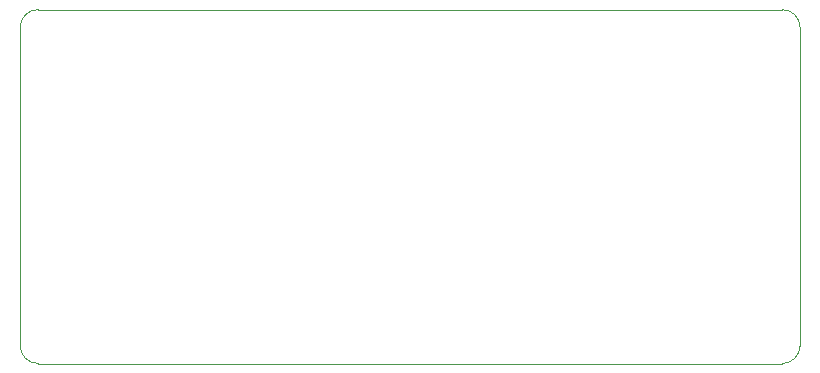
<source format=gbr>
%TF.GenerationSoftware,KiCad,Pcbnew,8.0.0*%
%TF.CreationDate,2024-03-15T16:55:21-04:00*%
%TF.ProjectId,mainboard,6d61696e-626f-4617-9264-2e6b69636164,rev?*%
%TF.SameCoordinates,Original*%
%TF.FileFunction,Profile,NP*%
%FSLAX46Y46*%
G04 Gerber Fmt 4.6, Leading zero omitted, Abs format (unit mm)*
G04 Created by KiCad (PCBNEW 8.0.0) date 2024-03-15 16:55:21*
%MOMM*%
%LPD*%
G01*
G04 APERTURE LIST*
%TA.AperFunction,Profile*%
%ADD10C,0.100000*%
%TD*%
G04 APERTURE END LIST*
D10*
X217170000Y-76200000D02*
X154178000Y-76200000D01*
X218694000Y-104648000D02*
G75*
G02*
X217170000Y-106172000I-1524000J0D01*
G01*
X218694000Y-77724000D02*
X218694000Y-104648000D01*
X154178000Y-106172000D02*
G75*
G02*
X152654000Y-104648000I0J1524000D01*
G01*
X152654000Y-77724000D02*
X152654000Y-104648000D01*
X152654000Y-77724000D02*
G75*
G02*
X154178000Y-76200000I1524000J0D01*
G01*
X217170000Y-76200000D02*
G75*
G02*
X218694000Y-77724000I0J-1524000D01*
G01*
X217170000Y-106172000D02*
X154178000Y-106172000D01*
M02*

</source>
